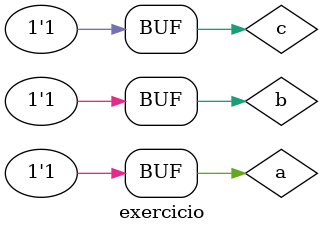
<source format=v>

module and3Gate ( output s,
 input a, input b, input c);
 	wire z;
   assign z = a & b;
	assign s = z & c;
 endmodule // 
// --------------------- 
// -- test 
// --------------------- 
module exercicio;

	reg a, b, c;
	wire s;

and3Gate and1 ( s, a, b, c );
// ------ Preparaçao
initial begin:start
	a=0;
	b=0;
	c=0;
end 

// ------------------------- parte principal 
initial begin:main
	$display("Exercicioo0008 - Mateus Cunha da Silva - 463624"); 
	$display("Tabela "); 
	$display("\n a & b = s\n"); 
	$monitor(" %b & %b & %b = %b ", a, b, c, s);
	#1a=0; b=0; c =1;
	#1a=0; b=1; c =0;
	#1a=0; b=1; c =1;
	#1a=1; b=0; c =1;
	#1a=1; b=1; c =0;
	#1a=1; b=1; c =1;
	

	
end
endmodule//exercicio

</source>
